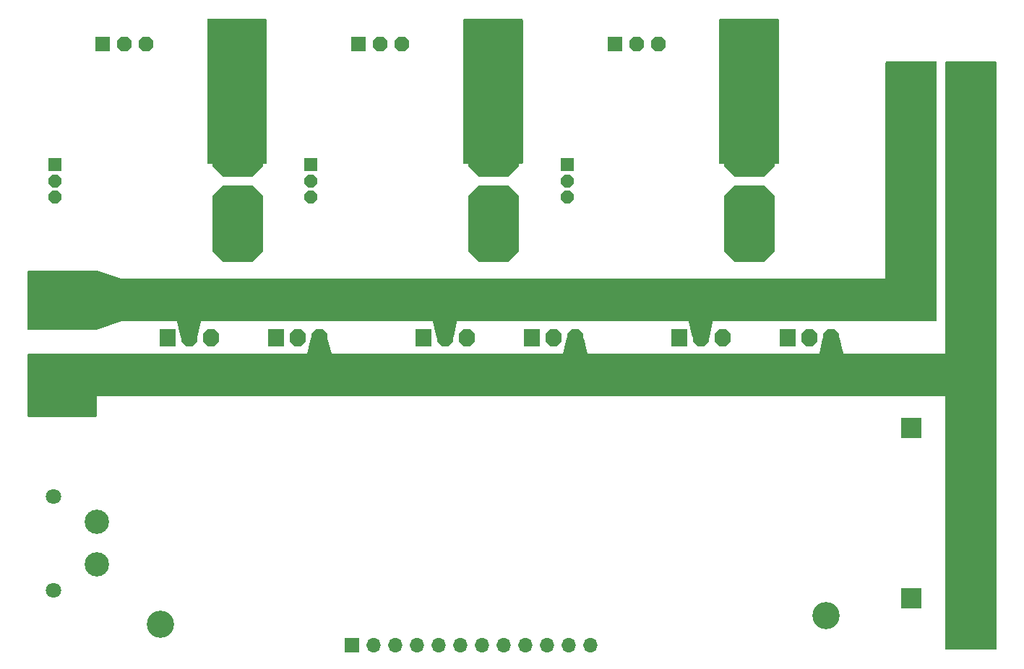
<source format=gbr>
%TF.GenerationSoftware,KiCad,Pcbnew,(7.0.0)*%
%TF.CreationDate,2023-04-01T11:09:39+07:00*%
%TF.ProjectId,gut-kontrol-1kW,6775742d-6b6f-46e7-9472-6f6c2d316b57,rev?*%
%TF.SameCoordinates,Original*%
%TF.FileFunction,Soldermask,Bot*%
%TF.FilePolarity,Negative*%
%FSLAX46Y46*%
G04 Gerber Fmt 4.6, Leading zero omitted, Abs format (unit mm)*
G04 Created by KiCad (PCBNEW (7.0.0)) date 2023-04-01 11:09:39*
%MOMM*%
%LPD*%
G01*
G04 APERTURE LIST*
G04 Aperture macros list*
%AMFreePoly0*
4,1,17,1.174443,2.785355,2.785356,1.174443,2.800000,1.139088,2.800000,-1.139088,2.785356,-1.174443,1.174443,-2.785355,1.139088,-2.800000,-1.139088,-2.800000,-1.174443,-2.785356,-2.785355,-1.174443,-2.800000,-1.139088,-2.800000,1.139088,-2.785354,1.174443,-1.174443,2.785356,-1.139088,2.800000,1.139088,2.800000,1.174443,2.785355,1.174443,2.785355,$1*%
%AMFreePoly1*
4,1,13,0.937855,0.985355,0.952500,0.950000,0.952500,-0.950000,0.937855,-0.985355,0.902500,-1.000000,-0.902500,-1.000000,-0.937855,-0.985355,-0.952500,-0.950000,-0.952500,0.950000,-0.937855,0.985355,-0.902500,1.000000,0.902500,1.000000,0.937855,0.985355,0.937855,0.985355,$1*%
%AMFreePoly2*
4,1,17,0.409183,0.985355,0.937855,0.456683,0.952500,0.421328,0.952500,-0.421328,0.937855,-0.456683,0.409183,-0.985355,0.373828,-1.000000,-0.373828,-1.000000,-0.409183,-0.985355,-0.937855,-0.456683,-0.952500,-0.421328,-0.952500,0.421328,-0.937855,0.456683,-0.409183,0.985355,-0.373828,1.000000,0.373828,1.000000,0.409183,0.985355,0.409183,0.985355,$1*%
%AMFreePoly3*
4,1,14,0.735355,0.735355,0.750000,0.700000,0.750000,-0.700000,0.735355,-0.735355,0.700000,-0.750000,0.000000,-0.750000,-0.700000,-0.750000,-0.735355,-0.735355,-0.750000,-0.700000,-0.750000,0.700000,-0.735355,0.735355,-0.700000,0.750000,0.700000,0.750000,0.735355,0.735355,0.735355,0.735355,$1*%
%AMFreePoly4*
4,1,18,0.325305,0.735355,0.735355,0.325305,0.750000,0.289950,0.750000,-0.289950,0.735355,-0.325306,0.325305,-0.735355,0.289950,-0.750000,0.000000,-0.750000,-0.289950,-0.750000,-0.325306,-0.735355,-0.735355,-0.325305,-0.750000,-0.289950,-0.750000,0.289950,-0.735355,0.325305,-0.325306,0.735355,-0.289950,0.750000,0.289950,0.750000,0.325305,0.735355,0.325305,0.735355,$1*%
%AMFreePoly5*
4,1,18,0.180331,0.385355,0.385355,0.180330,0.400000,0.144975,0.400000,-0.144975,0.385355,-0.180331,0.180330,-0.385355,0.144975,-0.400000,0.000000,-0.400000,-0.144975,-0.400000,-0.180330,-0.385354,-0.385355,-0.180330,-0.400000,-0.144975,-0.400000,0.144975,-0.385355,0.180331,-0.180330,0.385355,-0.144975,0.400000,0.144975,0.400000,0.180331,0.385355,0.180331,0.385355,$1*%
%AMFreePoly6*
4,1,17,3.272004,2.985355,4.485355,1.772004,4.500000,1.736649,4.500000,-1.736649,4.485355,-1.772005,3.272004,-2.985355,3.236649,-3.000000,-3.236649,-3.000000,-3.272005,-2.985355,-4.485355,-1.772004,-4.500000,-1.736649,-4.500000,1.736649,-4.485354,1.772004,-3.272005,2.985355,-3.236649,3.000000,3.236649,3.000000,3.272004,2.985355,3.272004,2.985355,$1*%
%AMFreePoly7*
4,1,13,0.835355,0.835355,0.850000,0.800000,0.850000,-0.800000,0.835355,-0.835355,0.800000,-0.850000,-0.800000,-0.850000,-0.835355,-0.835355,-0.850000,-0.800000,-0.850000,0.800000,-0.835355,0.835355,-0.800000,0.850000,0.800000,0.850000,0.835355,0.835355,0.835355,0.835355,$1*%
%AMFreePoly8*
4,1,17,0.366726,0.835355,0.835355,0.366726,0.850000,0.331371,0.850000,-0.331371,0.835355,-0.366727,0.366726,-0.835355,0.331371,-0.850000,-0.331371,-0.850000,-0.366727,-0.835355,-0.835355,-0.366726,-0.850000,-0.331371,-0.850000,0.331371,-0.835355,0.366726,-0.366727,0.835355,-0.331371,0.850000,0.331371,0.850000,0.366726,0.835355,0.366726,0.835355,$1*%
%AMFreePoly9*
4,1,13,1.185355,1.185355,1.200000,1.150000,1.200000,-1.150000,1.185355,-1.185355,1.150000,-1.200000,-1.150000,-1.200000,-1.185355,-1.185355,-1.200000,-1.150000,-1.200000,1.150000,-1.185355,1.185355,-1.150000,1.200000,1.150000,1.200000,1.185355,1.185355,1.185355,1.185355,$1*%
%AMFreePoly10*
4,1,17,0.511701,1.185355,1.185356,0.511701,1.200000,0.476346,1.200000,-0.476346,1.185356,-0.511701,0.511701,-1.185355,0.476346,-1.200000,-0.476346,-1.200000,-0.511701,-1.185356,-1.185355,-0.511701,-1.200000,-0.476346,-1.200000,0.476346,-1.185354,0.511701,-0.511701,1.185356,-0.476346,1.200000,0.476346,1.200000,0.511701,1.185355,0.511701,1.185355,$1*%
G04 Aperture macros list end*
%ADD10C,3.200000*%
%ADD11FreePoly0,0.000000*%
%ADD12FreePoly1,0.000000*%
%ADD13FreePoly2,0.000000*%
%ADD14FreePoly3,270.000000*%
%ADD15FreePoly4,270.000000*%
%ADD16FreePoly5,335.000000*%
%ADD17FreePoly5,205.000000*%
%ADD18FreePoly5,270.000000*%
%ADD19FreePoly6,270.000000*%
%ADD20FreePoly7,90.000000*%
%ADD21FreePoly8,90.000000*%
%ADD22R,1.700000X1.700000*%
%ADD23O,1.700000X1.700000*%
%ADD24FreePoly9,0.000000*%
%ADD25FreePoly10,0.000000*%
%ADD26C,1.800000*%
%ADD27C,2.850000*%
G04 APERTURE END LIST*
D10*
%TO.C,REF\u002A\u002A*%
X55000000Y-124000000D03*
%TD*%
D11*
%TO.C,J1*%
X64200000Y-57000000D03*
%TD*%
D12*
%TO.C,Q1*%
X55850000Y-90390000D03*
D13*
X58390000Y-90390000D03*
X60930000Y-90390000D03*
%TD*%
D14*
%TO.C,U5*%
X72675000Y-70100000D03*
D15*
X72675000Y-72010000D03*
X72675000Y-73920000D03*
D16*
X94705000Y-73060000D03*
D17*
X93445000Y-73060000D03*
D18*
X95735000Y-73810000D03*
X92415000Y-73810000D03*
X96125000Y-75010000D03*
X92025000Y-75010000D03*
X96125000Y-76340000D03*
X92025000Y-76340000D03*
D19*
X94075000Y-77010000D03*
D18*
X96125000Y-77680000D03*
X92025000Y-77680000D03*
X96125000Y-79010000D03*
X92025000Y-79010000D03*
X95735000Y-80210000D03*
X92415000Y-80210000D03*
X94705000Y-80960000D03*
X93445000Y-80960000D03*
X94705000Y-63060000D03*
X93445000Y-63060000D03*
X95735000Y-63810000D03*
X92415000Y-63810000D03*
X96125000Y-65010000D03*
X92025000Y-65010000D03*
X96125000Y-66340000D03*
X92025000Y-66340000D03*
D19*
X94075000Y-67010000D03*
D18*
X96125000Y-67680000D03*
X92025000Y-67680000D03*
X96125000Y-69010000D03*
X92025000Y-69010000D03*
X95735000Y-70210000D03*
X92415000Y-70210000D03*
D17*
X94705000Y-70960000D03*
D16*
X93445000Y-70960000D03*
%TD*%
D12*
%TO.C,Q3*%
X85850000Y-90390000D03*
D13*
X88390000Y-90390000D03*
X90930000Y-90390000D03*
%TD*%
D20*
%TO.C,J10*%
X108275000Y-55915000D03*
D21*
X110815000Y-55915000D03*
X113355000Y-55915000D03*
%TD*%
D12*
%TO.C,Q2*%
X68550000Y-90390000D03*
D13*
X71090000Y-90390000D03*
X73630000Y-90390000D03*
%TD*%
D11*
%TO.C,J4*%
X44000000Y-86000000D03*
%TD*%
D12*
%TO.C,Q6*%
X128550000Y-90390000D03*
D13*
X131090000Y-90390000D03*
X133630000Y-90390000D03*
%TD*%
D22*
%TO.C,J7*%
X77469999Y-126491999D03*
D23*
X80009999Y-126491999D03*
X82549999Y-126491999D03*
X85089999Y-126491999D03*
X87629999Y-126491999D03*
X90169999Y-126491999D03*
X92709999Y-126491999D03*
X95249999Y-126491999D03*
X97789999Y-126491999D03*
X100329999Y-126491999D03*
X102869999Y-126491999D03*
X105409999Y-126491999D03*
%TD*%
D11*
%TO.C,J3*%
X124200000Y-57000000D03*
%TD*%
D24*
%TO.C,C10*%
X143000000Y-121000000D03*
D25*
X150500000Y-121000000D03*
%TD*%
D12*
%TO.C,Q4*%
X98550000Y-90390000D03*
D13*
X101090000Y-90390000D03*
X103630000Y-90390000D03*
%TD*%
D20*
%TO.C,J8*%
X48275000Y-55915000D03*
D21*
X50815000Y-55915000D03*
X53355000Y-55915000D03*
%TD*%
D26*
%TO.C,U7*%
X42545000Y-120015000D03*
X42545000Y-109015000D03*
D27*
X47545000Y-117015000D03*
X47545000Y-112015000D03*
%TD*%
D11*
%TO.C,J2*%
X94200000Y-57000000D03*
%TD*%
D14*
%TO.C,U6*%
X102675000Y-70100000D03*
D15*
X102675000Y-72010000D03*
X102675000Y-73920000D03*
D16*
X124705000Y-73060000D03*
D17*
X123445000Y-73060000D03*
D18*
X125735000Y-73810000D03*
X122415000Y-73810000D03*
X126125000Y-75010000D03*
X122025000Y-75010000D03*
X126125000Y-76340000D03*
X122025000Y-76340000D03*
D19*
X124075000Y-77010000D03*
D18*
X126125000Y-77680000D03*
X122025000Y-77680000D03*
X126125000Y-79010000D03*
X122025000Y-79010000D03*
X125735000Y-80210000D03*
X122415000Y-80210000D03*
X124705000Y-80960000D03*
X123445000Y-80960000D03*
X124705000Y-63060000D03*
X123445000Y-63060000D03*
X125735000Y-63810000D03*
X122415000Y-63810000D03*
X126125000Y-65010000D03*
X122025000Y-65010000D03*
X126125000Y-66340000D03*
X122025000Y-66340000D03*
D19*
X124075000Y-67010000D03*
D18*
X126125000Y-67680000D03*
X122025000Y-67680000D03*
X126125000Y-69010000D03*
X122025000Y-69010000D03*
X125735000Y-70210000D03*
X122415000Y-70210000D03*
D17*
X124705000Y-70960000D03*
D16*
X123445000Y-70960000D03*
%TD*%
D24*
%TO.C,C9*%
X143000000Y-101000000D03*
D25*
X150500000Y-101000000D03*
%TD*%
D20*
%TO.C,J9*%
X78275000Y-55915000D03*
D21*
X80815000Y-55915000D03*
X83355000Y-55915000D03*
%TD*%
D11*
%TO.C,J5*%
X44000000Y-95885000D03*
%TD*%
D10*
%TO.C,REF\u002A\u002A*%
X133000000Y-123000000D03*
%TD*%
D24*
%TO.C,C7*%
X143000000Y-61000000D03*
D25*
X150500000Y-61000000D03*
%TD*%
D12*
%TO.C,Q5*%
X115850000Y-90390000D03*
D13*
X118390000Y-90390000D03*
X120930000Y-90390000D03*
%TD*%
D24*
%TO.C,C8*%
X143000000Y-81000000D03*
D25*
X150500000Y-81000000D03*
%TD*%
D14*
%TO.C,U2*%
X42675000Y-70100000D03*
D15*
X42675000Y-72010000D03*
X42675000Y-73920000D03*
D16*
X64705000Y-73060000D03*
D17*
X63445000Y-73060000D03*
D18*
X65735000Y-73810000D03*
X62415000Y-73810000D03*
X66125000Y-75010000D03*
X62025000Y-75010000D03*
X66125000Y-76340000D03*
X62025000Y-76340000D03*
D19*
X64075000Y-77010000D03*
D18*
X66125000Y-77680000D03*
X62025000Y-77680000D03*
X66125000Y-79010000D03*
X62025000Y-79010000D03*
X65735000Y-80210000D03*
X62415000Y-80210000D03*
X64705000Y-80960000D03*
X63445000Y-80960000D03*
X64705000Y-63060000D03*
X63445000Y-63060000D03*
X65735000Y-63810000D03*
X62415000Y-63810000D03*
X66125000Y-65010000D03*
X62025000Y-65010000D03*
X66125000Y-66340000D03*
X62025000Y-66340000D03*
D19*
X64075000Y-67010000D03*
D18*
X66125000Y-67680000D03*
X62025000Y-67680000D03*
X66125000Y-69010000D03*
X62025000Y-69010000D03*
X65735000Y-70210000D03*
X62415000Y-70210000D03*
D17*
X64705000Y-70960000D03*
D16*
X63445000Y-70960000D03*
%TD*%
G36*
X145937000Y-58016881D02*
G01*
X145983119Y-58063000D01*
X146000000Y-58126000D01*
X146000000Y-88374000D01*
X145983119Y-88437000D01*
X145937000Y-88483119D01*
X145874000Y-88500000D01*
X119762063Y-88500000D01*
X119749951Y-88502802D01*
X119744726Y-88514083D01*
X119715480Y-88653813D01*
X119691602Y-88705367D01*
X119647504Y-88741191D01*
X119592152Y-88754000D01*
X117117270Y-88754000D01*
X117062756Y-88741597D01*
X117018974Y-88706829D01*
X116994545Y-88656541D01*
X116961345Y-88513784D01*
X116955974Y-88502727D01*
X116943988Y-88500000D01*
X89762063Y-88500000D01*
X89749951Y-88502802D01*
X89744726Y-88514083D01*
X89715480Y-88653813D01*
X89691602Y-88705367D01*
X89647504Y-88741191D01*
X89592152Y-88754000D01*
X87117270Y-88754000D01*
X87062756Y-88741597D01*
X87018974Y-88706829D01*
X86994545Y-88656541D01*
X86961345Y-88513784D01*
X86955974Y-88502727D01*
X86943988Y-88500000D01*
X59762063Y-88500000D01*
X59749951Y-88502802D01*
X59744726Y-88514083D01*
X59715480Y-88653813D01*
X59691602Y-88705367D01*
X59647504Y-88741191D01*
X59592152Y-88754000D01*
X57117270Y-88754000D01*
X57062756Y-88741597D01*
X57018974Y-88706829D01*
X56994545Y-88656541D01*
X56961345Y-88513784D01*
X56955974Y-88502727D01*
X56943988Y-88500000D01*
X50510395Y-88500000D01*
X50490163Y-88503362D01*
X47594070Y-89493228D01*
X47553319Y-89500000D01*
X39626000Y-89500000D01*
X39563000Y-89483119D01*
X39516881Y-89437000D01*
X39500000Y-89374000D01*
X39500000Y-82626000D01*
X39516881Y-82563000D01*
X39563000Y-82516881D01*
X39626000Y-82500000D01*
X47553319Y-82500000D01*
X47594070Y-82506772D01*
X50490163Y-83496637D01*
X50510395Y-83500000D01*
X139983410Y-83500000D01*
X139996493Y-83496493D01*
X140000000Y-83483410D01*
X140000000Y-58126000D01*
X140016881Y-58063000D01*
X140063000Y-58016881D01*
X140126000Y-58000000D01*
X145874000Y-58000000D01*
X145937000Y-58016881D01*
G37*
G36*
X89802948Y-87996138D02*
G01*
X89817826Y-87996834D01*
X89829552Y-87997933D01*
X89841388Y-87999604D01*
X89852969Y-88001796D01*
X89864611Y-88004569D01*
X89875931Y-88007831D01*
X89887239Y-88011671D01*
X89898204Y-88015977D01*
X89909119Y-88020863D01*
X89919637Y-88026174D01*
X89930051Y-88032060D01*
X89940029Y-88038333D01*
X89949834Y-88045157D01*
X89959167Y-88052322D01*
X89968300Y-88060037D01*
X89976947Y-88068064D01*
X89985317Y-88076598D01*
X89993153Y-88085372D01*
X90000696Y-88094656D01*
X90007692Y-88104141D01*
X90014327Y-88114078D01*
X90020406Y-88124176D01*
X90026094Y-88134709D01*
X90031202Y-88145328D01*
X90035867Y-88156313D01*
X90039957Y-88167350D01*
X90043586Y-88178752D01*
X90046632Y-88190140D01*
X90049176Y-88201815D01*
X90051143Y-88213422D01*
X90052588Y-88225298D01*
X90053463Y-88237058D01*
X90053791Y-88249002D01*
X90053564Y-88260771D01*
X90052776Y-88272693D01*
X90051449Y-88284402D01*
X90049080Y-88299123D01*
X90048009Y-88304916D01*
X90028148Y-88399812D01*
X90004271Y-88451366D01*
X89960173Y-88487190D01*
X89904820Y-88500000D01*
X89762063Y-88500000D01*
X89749951Y-88502802D01*
X89744726Y-88514083D01*
X89370969Y-90299813D01*
X89347091Y-90351367D01*
X89302993Y-90387191D01*
X89247641Y-90400000D01*
X87500060Y-90400000D01*
X87445546Y-90387597D01*
X87401764Y-90352828D01*
X87377335Y-90302541D01*
X86961346Y-88513786D01*
X86955973Y-88502726D01*
X86943988Y-88500000D01*
X86797422Y-88500000D01*
X86742908Y-88487597D01*
X86699127Y-88452829D01*
X86674697Y-88402542D01*
X86653276Y-88310436D01*
X86652062Y-88304591D01*
X86649344Y-88289749D01*
X86647754Y-88277932D01*
X86646710Y-88265887D01*
X86646243Y-88253967D01*
X86646343Y-88241853D01*
X86647007Y-88229940D01*
X86648251Y-88217903D01*
X86650034Y-88206123D01*
X86652412Y-88194244D01*
X86655310Y-88182654D01*
X86658796Y-88171075D01*
X86662764Y-88159846D01*
X86667330Y-88148642D01*
X86672358Y-88137807D01*
X86677970Y-88127075D01*
X86683983Y-88116790D01*
X86690581Y-88106640D01*
X86697551Y-88096955D01*
X86705076Y-88087479D01*
X86712931Y-88078496D01*
X86721321Y-88069772D01*
X86729983Y-88061579D01*
X86739159Y-88053688D01*
X86748562Y-88046347D01*
X86758449Y-88039355D01*
X86768497Y-88032939D01*
X86778993Y-88026917D01*
X86789613Y-88021476D01*
X86800627Y-88016476D01*
X86811713Y-88012063D01*
X86823163Y-88008123D01*
X86834609Y-88004782D01*
X86846380Y-88001942D01*
X86858091Y-87999696D01*
X86870067Y-87997983D01*
X86881948Y-87996855D01*
X86897027Y-87996141D01*
X86902987Y-87996000D01*
X89797060Y-87996000D01*
X89802948Y-87996138D01*
G37*
G36*
X127437000Y-53016881D02*
G01*
X127483119Y-53063000D01*
X127500000Y-53126000D01*
X127500000Y-69874000D01*
X127483119Y-69937000D01*
X127437000Y-69983119D01*
X127374000Y-70000000D01*
X120626000Y-70000000D01*
X120563000Y-69983119D01*
X120516881Y-69937000D01*
X120500000Y-69874000D01*
X120500000Y-53126000D01*
X120516881Y-53063000D01*
X120563000Y-53016881D01*
X120626000Y-53000000D01*
X127374000Y-53000000D01*
X127437000Y-53016881D01*
G37*
G36*
X67437000Y-53016881D02*
G01*
X67483119Y-53063000D01*
X67500000Y-53126000D01*
X67500000Y-69874000D01*
X67483119Y-69937000D01*
X67437000Y-69983119D01*
X67374000Y-70000000D01*
X60626000Y-70000000D01*
X60563000Y-69983119D01*
X60516881Y-69937000D01*
X60500000Y-69874000D01*
X60500000Y-53126000D01*
X60516881Y-53063000D01*
X60563000Y-53016881D01*
X60626000Y-53000000D01*
X67374000Y-53000000D01*
X67437000Y-53016881D01*
G37*
G36*
X152937000Y-58016881D02*
G01*
X152983119Y-58063000D01*
X153000000Y-58126000D01*
X153000000Y-126874000D01*
X152983119Y-126937000D01*
X152937000Y-126983119D01*
X152874000Y-127000000D01*
X147126000Y-127000000D01*
X147063000Y-126983119D01*
X147016881Y-126937000D01*
X147000000Y-126874000D01*
X147000000Y-97266590D01*
X146996493Y-97253506D01*
X146983410Y-97250000D01*
X47611590Y-97250000D01*
X47598506Y-97253506D01*
X47595000Y-97266590D01*
X47595000Y-99564000D01*
X47578119Y-99627000D01*
X47532000Y-99673119D01*
X47469000Y-99690000D01*
X39626000Y-99690000D01*
X39563000Y-99673119D01*
X39516881Y-99627000D01*
X39500000Y-99564000D01*
X39500000Y-92376000D01*
X39516881Y-92313000D01*
X39563000Y-92266881D01*
X39626000Y-92250000D01*
X72197731Y-92250000D01*
X72209695Y-92247286D01*
X72215094Y-92236268D01*
X72249036Y-92092961D01*
X72273562Y-92042905D01*
X72317284Y-92008330D01*
X72371644Y-91996000D01*
X74922868Y-91996000D01*
X74976288Y-92007885D01*
X75019631Y-92041297D01*
X75044719Y-92089934D01*
X75083317Y-92236608D01*
X75088868Y-92247369D01*
X75100690Y-92250000D01*
X102197731Y-92250000D01*
X102209695Y-92247286D01*
X102215094Y-92236268D01*
X102249036Y-92092961D01*
X102273562Y-92042905D01*
X102317284Y-92008330D01*
X102371644Y-91996000D01*
X104922868Y-91996000D01*
X104976288Y-92007885D01*
X105019631Y-92041297D01*
X105044719Y-92089934D01*
X105083317Y-92236608D01*
X105088868Y-92247369D01*
X105100690Y-92250000D01*
X132197731Y-92250000D01*
X132209695Y-92247286D01*
X132215094Y-92236268D01*
X132249036Y-92092961D01*
X132273562Y-92042905D01*
X132317284Y-92008330D01*
X132371644Y-91996000D01*
X134922868Y-91996000D01*
X134976288Y-92007885D01*
X135019631Y-92041297D01*
X135044719Y-92089934D01*
X135083317Y-92236608D01*
X135088868Y-92247369D01*
X135100690Y-92250000D01*
X146983410Y-92250000D01*
X146996493Y-92246493D01*
X147000000Y-92233410D01*
X147000000Y-58126000D01*
X147016881Y-58063000D01*
X147063000Y-58016881D01*
X147126000Y-58000000D01*
X152874000Y-58000000D01*
X152937000Y-58016881D01*
G37*
G36*
X104556288Y-90411885D02*
G01*
X104599631Y-90445297D01*
X104624719Y-90493934D01*
X105083317Y-92236608D01*
X105088868Y-92247369D01*
X105100690Y-92250000D01*
X105202660Y-92250000D01*
X105269259Y-92269039D01*
X105315731Y-92320403D01*
X105328032Y-92388568D01*
X105302444Y-92452936D01*
X105297171Y-92459775D01*
X105289326Y-92468998D01*
X105280919Y-92477969D01*
X105272221Y-92486398D01*
X105262993Y-92494519D01*
X105253509Y-92502087D01*
X105243534Y-92509289D01*
X105233388Y-92515897D01*
X105222775Y-92522104D01*
X105212028Y-92527714D01*
X105200862Y-92532875D01*
X105189636Y-92537422D01*
X105178026Y-92541487D01*
X105166409Y-92544937D01*
X105154470Y-92547866D01*
X105142562Y-92550186D01*
X105130398Y-92551953D01*
X105118350Y-92553116D01*
X105103037Y-92553854D01*
X105096972Y-92554000D01*
X102202985Y-92554000D01*
X102197008Y-92553858D01*
X102181911Y-92553141D01*
X102170006Y-92552008D01*
X102157995Y-92550286D01*
X102146256Y-92548030D01*
X102134460Y-92545177D01*
X102122989Y-92541819D01*
X102111525Y-92537864D01*
X102100425Y-92533435D01*
X102089377Y-92528407D01*
X102078742Y-92522944D01*
X102068235Y-92516900D01*
X102058171Y-92510457D01*
X102048270Y-92503435D01*
X102038847Y-92496055D01*
X102029666Y-92488133D01*
X102021003Y-92479911D01*
X102012614Y-92471156D01*
X102004759Y-92462137D01*
X101998447Y-92454155D01*
X101972028Y-92389722D01*
X101983869Y-92321098D01*
X102030352Y-92269244D01*
X102097279Y-92250000D01*
X102197731Y-92250000D01*
X102209695Y-92247286D01*
X102215094Y-92236268D01*
X102627036Y-90496961D01*
X102651562Y-90446906D01*
X102695284Y-90412330D01*
X102749644Y-90400000D01*
X104502868Y-90400000D01*
X104556288Y-90411885D01*
G37*
G36*
X134556288Y-90411885D02*
G01*
X134599631Y-90445297D01*
X134624719Y-90493934D01*
X135083317Y-92236608D01*
X135088868Y-92247369D01*
X135100690Y-92250000D01*
X135202660Y-92250000D01*
X135269259Y-92269039D01*
X135315731Y-92320403D01*
X135328032Y-92388568D01*
X135302444Y-92452936D01*
X135297171Y-92459775D01*
X135289326Y-92468998D01*
X135280919Y-92477969D01*
X135272221Y-92486398D01*
X135262993Y-92494519D01*
X135253509Y-92502087D01*
X135243534Y-92509289D01*
X135233388Y-92515897D01*
X135222775Y-92522104D01*
X135212028Y-92527714D01*
X135200862Y-92532875D01*
X135189636Y-92537422D01*
X135178026Y-92541487D01*
X135166409Y-92544937D01*
X135154470Y-92547866D01*
X135142562Y-92550186D01*
X135130398Y-92551953D01*
X135118350Y-92553116D01*
X135103037Y-92553854D01*
X135096972Y-92554000D01*
X132202985Y-92554000D01*
X132197008Y-92553858D01*
X132181911Y-92553141D01*
X132170006Y-92552008D01*
X132157995Y-92550286D01*
X132146256Y-92548030D01*
X132134460Y-92545177D01*
X132122989Y-92541819D01*
X132111525Y-92537864D01*
X132100425Y-92533435D01*
X132089377Y-92528407D01*
X132078742Y-92522944D01*
X132068235Y-92516900D01*
X132058171Y-92510457D01*
X132048270Y-92503435D01*
X132038847Y-92496055D01*
X132029666Y-92488133D01*
X132021003Y-92479911D01*
X132012614Y-92471156D01*
X132004759Y-92462137D01*
X131998447Y-92454155D01*
X131972028Y-92389722D01*
X131983869Y-92321098D01*
X132030352Y-92269244D01*
X132097279Y-92250000D01*
X132197731Y-92250000D01*
X132209695Y-92247286D01*
X132215094Y-92236268D01*
X132627036Y-90496961D01*
X132651562Y-90446906D01*
X132695284Y-90412330D01*
X132749644Y-90400000D01*
X134502868Y-90400000D01*
X134556288Y-90411885D01*
G37*
G36*
X119802948Y-87996138D02*
G01*
X119817826Y-87996834D01*
X119829552Y-87997933D01*
X119841388Y-87999604D01*
X119852969Y-88001796D01*
X119864611Y-88004569D01*
X119875931Y-88007831D01*
X119887239Y-88011671D01*
X119898204Y-88015977D01*
X119909119Y-88020863D01*
X119919637Y-88026174D01*
X119930051Y-88032060D01*
X119940029Y-88038333D01*
X119949834Y-88045157D01*
X119959167Y-88052322D01*
X119968300Y-88060037D01*
X119976947Y-88068064D01*
X119985317Y-88076598D01*
X119993153Y-88085372D01*
X120000696Y-88094656D01*
X120007692Y-88104141D01*
X120014327Y-88114078D01*
X120020406Y-88124176D01*
X120026094Y-88134709D01*
X120031202Y-88145328D01*
X120035867Y-88156313D01*
X120039957Y-88167350D01*
X120043586Y-88178752D01*
X120046632Y-88190140D01*
X120049176Y-88201815D01*
X120051143Y-88213422D01*
X120052588Y-88225298D01*
X120053463Y-88237058D01*
X120053791Y-88249002D01*
X120053564Y-88260771D01*
X120052776Y-88272693D01*
X120051449Y-88284402D01*
X120049080Y-88299123D01*
X120048009Y-88304916D01*
X120028148Y-88399812D01*
X120004271Y-88451366D01*
X119960173Y-88487190D01*
X119904820Y-88500000D01*
X119762063Y-88500000D01*
X119749951Y-88502802D01*
X119744726Y-88514083D01*
X119370969Y-90299813D01*
X119347091Y-90351367D01*
X119302993Y-90387191D01*
X119247641Y-90400000D01*
X117500060Y-90400000D01*
X117445546Y-90387597D01*
X117401764Y-90352828D01*
X117377335Y-90302541D01*
X116961346Y-88513786D01*
X116955973Y-88502726D01*
X116943988Y-88500000D01*
X116797422Y-88500000D01*
X116742908Y-88487597D01*
X116699127Y-88452829D01*
X116674697Y-88402542D01*
X116653276Y-88310436D01*
X116652062Y-88304591D01*
X116649344Y-88289749D01*
X116647754Y-88277932D01*
X116646710Y-88265887D01*
X116646243Y-88253967D01*
X116646343Y-88241853D01*
X116647007Y-88229940D01*
X116648251Y-88217903D01*
X116650034Y-88206123D01*
X116652412Y-88194244D01*
X116655310Y-88182654D01*
X116658796Y-88171075D01*
X116662764Y-88159846D01*
X116667330Y-88148642D01*
X116672358Y-88137807D01*
X116677970Y-88127075D01*
X116683983Y-88116790D01*
X116690581Y-88106640D01*
X116697551Y-88096955D01*
X116705076Y-88087479D01*
X116712931Y-88078496D01*
X116721321Y-88069772D01*
X116729983Y-88061579D01*
X116739159Y-88053688D01*
X116748562Y-88046347D01*
X116758449Y-88039355D01*
X116768497Y-88032939D01*
X116778993Y-88026917D01*
X116789613Y-88021476D01*
X116800627Y-88016476D01*
X116811713Y-88012063D01*
X116823163Y-88008123D01*
X116834609Y-88004782D01*
X116846380Y-88001942D01*
X116858091Y-87999696D01*
X116870067Y-87997983D01*
X116881948Y-87996855D01*
X116897027Y-87996141D01*
X116902987Y-87996000D01*
X119797060Y-87996000D01*
X119802948Y-87996138D01*
G37*
G36*
X74556288Y-90411885D02*
G01*
X74599631Y-90445297D01*
X74624719Y-90493934D01*
X75083317Y-92236608D01*
X75088868Y-92247369D01*
X75100690Y-92250000D01*
X75202660Y-92250000D01*
X75269259Y-92269039D01*
X75315731Y-92320403D01*
X75328032Y-92388568D01*
X75302444Y-92452936D01*
X75297171Y-92459775D01*
X75289326Y-92468998D01*
X75280919Y-92477969D01*
X75272221Y-92486398D01*
X75262993Y-92494519D01*
X75253509Y-92502087D01*
X75243534Y-92509289D01*
X75233388Y-92515897D01*
X75222775Y-92522104D01*
X75212028Y-92527714D01*
X75200862Y-92532875D01*
X75189636Y-92537422D01*
X75178026Y-92541487D01*
X75166409Y-92544937D01*
X75154470Y-92547866D01*
X75142562Y-92550186D01*
X75130398Y-92551953D01*
X75118350Y-92553116D01*
X75103037Y-92553854D01*
X75096972Y-92554000D01*
X72202985Y-92554000D01*
X72197008Y-92553858D01*
X72181911Y-92553141D01*
X72170006Y-92552008D01*
X72157995Y-92550286D01*
X72146256Y-92548030D01*
X72134460Y-92545177D01*
X72122989Y-92541819D01*
X72111525Y-92537864D01*
X72100425Y-92533435D01*
X72089377Y-92528407D01*
X72078742Y-92522944D01*
X72068235Y-92516900D01*
X72058171Y-92510457D01*
X72048270Y-92503435D01*
X72038847Y-92496055D01*
X72029666Y-92488133D01*
X72021003Y-92479911D01*
X72012614Y-92471156D01*
X72004759Y-92462137D01*
X71998447Y-92454155D01*
X71972028Y-92389722D01*
X71983869Y-92321098D01*
X72030352Y-92269244D01*
X72097279Y-92250000D01*
X72197731Y-92250000D01*
X72209695Y-92247286D01*
X72215094Y-92236268D01*
X72627036Y-90496961D01*
X72651562Y-90446906D01*
X72695284Y-90412330D01*
X72749644Y-90400000D01*
X74502868Y-90400000D01*
X74556288Y-90411885D01*
G37*
G36*
X97437000Y-53016881D02*
G01*
X97483119Y-53063000D01*
X97500000Y-53126000D01*
X97500000Y-69874000D01*
X97483119Y-69937000D01*
X97437000Y-69983119D01*
X97374000Y-70000000D01*
X90626000Y-70000000D01*
X90563000Y-69983119D01*
X90516881Y-69937000D01*
X90500000Y-69874000D01*
X90500000Y-53126000D01*
X90516881Y-53063000D01*
X90563000Y-53016881D01*
X90626000Y-53000000D01*
X97374000Y-53000000D01*
X97437000Y-53016881D01*
G37*
G36*
X59802948Y-87996138D02*
G01*
X59817826Y-87996834D01*
X59829552Y-87997933D01*
X59841388Y-87999604D01*
X59852969Y-88001796D01*
X59864611Y-88004569D01*
X59875931Y-88007831D01*
X59887239Y-88011671D01*
X59898204Y-88015977D01*
X59909119Y-88020863D01*
X59919637Y-88026174D01*
X59930051Y-88032060D01*
X59940029Y-88038333D01*
X59949834Y-88045157D01*
X59959167Y-88052322D01*
X59968300Y-88060037D01*
X59976947Y-88068064D01*
X59985317Y-88076598D01*
X59993153Y-88085372D01*
X60000696Y-88094656D01*
X60007692Y-88104141D01*
X60014327Y-88114078D01*
X60020406Y-88124176D01*
X60026094Y-88134709D01*
X60031202Y-88145328D01*
X60035867Y-88156313D01*
X60039957Y-88167350D01*
X60043586Y-88178752D01*
X60046632Y-88190140D01*
X60049176Y-88201815D01*
X60051143Y-88213422D01*
X60052588Y-88225298D01*
X60053463Y-88237058D01*
X60053791Y-88249002D01*
X60053564Y-88260771D01*
X60052776Y-88272693D01*
X60051449Y-88284402D01*
X60049080Y-88299123D01*
X60048009Y-88304916D01*
X60028148Y-88399812D01*
X60004271Y-88451366D01*
X59960173Y-88487190D01*
X59904820Y-88500000D01*
X59762063Y-88500000D01*
X59749951Y-88502802D01*
X59744726Y-88514083D01*
X59370969Y-90299813D01*
X59347091Y-90351367D01*
X59302993Y-90387191D01*
X59247641Y-90400000D01*
X57500060Y-90400000D01*
X57445546Y-90387597D01*
X57401764Y-90352828D01*
X57377335Y-90302541D01*
X56961346Y-88513786D01*
X56955973Y-88502726D01*
X56943988Y-88500000D01*
X56797422Y-88500000D01*
X56742908Y-88487597D01*
X56699127Y-88452829D01*
X56674697Y-88402542D01*
X56653276Y-88310436D01*
X56652062Y-88304591D01*
X56649344Y-88289749D01*
X56647754Y-88277932D01*
X56646710Y-88265887D01*
X56646243Y-88253967D01*
X56646343Y-88241853D01*
X56647007Y-88229940D01*
X56648251Y-88217903D01*
X56650034Y-88206123D01*
X56652412Y-88194244D01*
X56655310Y-88182654D01*
X56658796Y-88171075D01*
X56662764Y-88159846D01*
X56667330Y-88148642D01*
X56672358Y-88137807D01*
X56677970Y-88127075D01*
X56683983Y-88116790D01*
X56690581Y-88106640D01*
X56697551Y-88096955D01*
X56705076Y-88087479D01*
X56712931Y-88078496D01*
X56721321Y-88069772D01*
X56729983Y-88061579D01*
X56739159Y-88053688D01*
X56748562Y-88046347D01*
X56758449Y-88039355D01*
X56768497Y-88032939D01*
X56778993Y-88026917D01*
X56789613Y-88021476D01*
X56800627Y-88016476D01*
X56811713Y-88012063D01*
X56823163Y-88008123D01*
X56834609Y-88004782D01*
X56846380Y-88001942D01*
X56858091Y-87999696D01*
X56870067Y-87997983D01*
X56881948Y-87996855D01*
X56897027Y-87996141D01*
X56902987Y-87996000D01*
X59797060Y-87996000D01*
X59802948Y-87996138D01*
G37*
M02*

</source>
